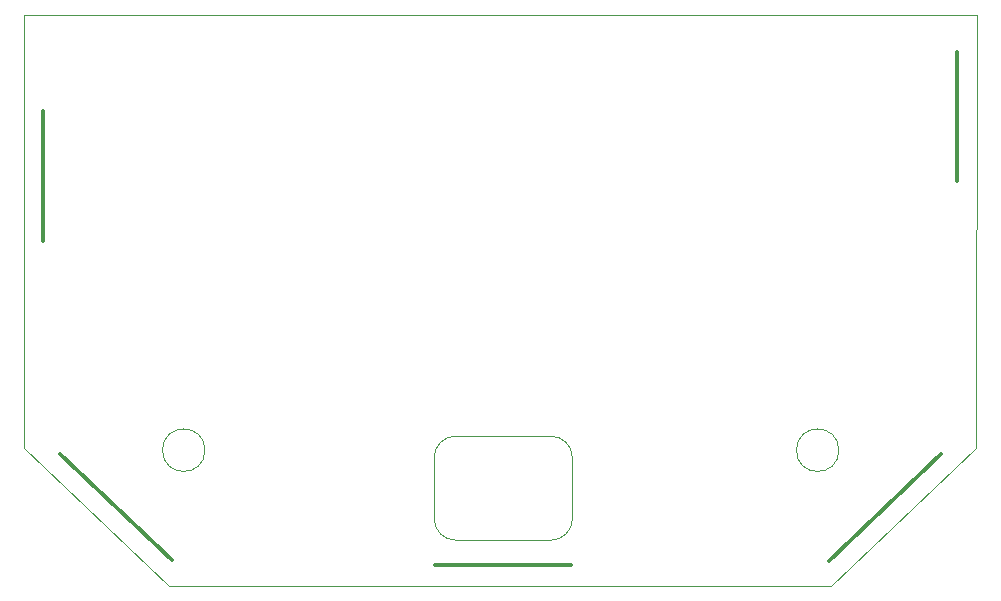
<source format=gbr>
G04 #@! TF.GenerationSoftware,KiCad,Pcbnew,5.1.5+dfsg1-2build2*
G04 #@! TF.CreationDate,2022-02-07T22:13:22+01:00*
G04 #@! TF.ProjectId,mre_addon_v2,6d72655f-6164-4646-9f6e-5f76322e6b69,V2.3*
G04 #@! TF.SameCoordinates,Original*
G04 #@! TF.FileFunction,Profile,NP*
%FSLAX46Y46*%
G04 Gerber Fmt 4.6, Leading zero omitted, Abs format (unit mm)*
G04 Created by KiCad (PCBNEW 5.1.5+dfsg1-2build2) date 2022-02-07 22:13:22*
%MOMM*%
%LPD*%
G04 APERTURE LIST*
%ADD10C,0.300000*%
%ADD11C,0.120000*%
%ADD12C,0.050000*%
%ADD13C,0.100000*%
G04 APERTURE END LIST*
D10*
X109800000Y-172400000D02*
X121300000Y-172400000D01*
X143100000Y-172100000D02*
X152600000Y-163000000D01*
X87500000Y-172000000D02*
X78000000Y-163000000D01*
X154000000Y-139900000D02*
X154000000Y-129000000D01*
X76600000Y-145000000D02*
X76600000Y-134000000D01*
D11*
X111500000Y-170300000D02*
X119600000Y-170300000D01*
X121400000Y-168500000D02*
X121400000Y-163300000D01*
X109700000Y-163300000D02*
X109700000Y-168500000D01*
X111500000Y-161500000D02*
X119600000Y-161500000D01*
X109700000Y-163300000D02*
G75*
G02X111500000Y-161500000I1800000J0D01*
G01*
X119600000Y-161500000D02*
G75*
G02X121400000Y-163300000I0J-1800000D01*
G01*
X111500000Y-170300000D02*
G75*
G02X109700000Y-168500000I0J1800000D01*
G01*
X121400000Y-168500000D02*
G75*
G02X119600000Y-170300000I-1800000J0D01*
G01*
D12*
X155625800Y-125806200D02*
X155575000Y-125806200D01*
X155600400Y-162534600D02*
X155625800Y-125806200D01*
X143332200Y-174218600D02*
X155600400Y-162534600D01*
X87249000Y-174218600D02*
X143332200Y-174218600D01*
X75006200Y-162509200D02*
X87249000Y-174218600D01*
X74980800Y-125831600D02*
X75006200Y-162509200D01*
X155575000Y-125806200D02*
X74980800Y-125831600D01*
D13*
X90293600Y-162687000D02*
G75*
G03X90293600Y-162687000I-1800000J0D01*
G01*
X143963800Y-162688609D02*
G75*
G03X143963800Y-162688609I-1800000J0D01*
G01*
M02*

</source>
